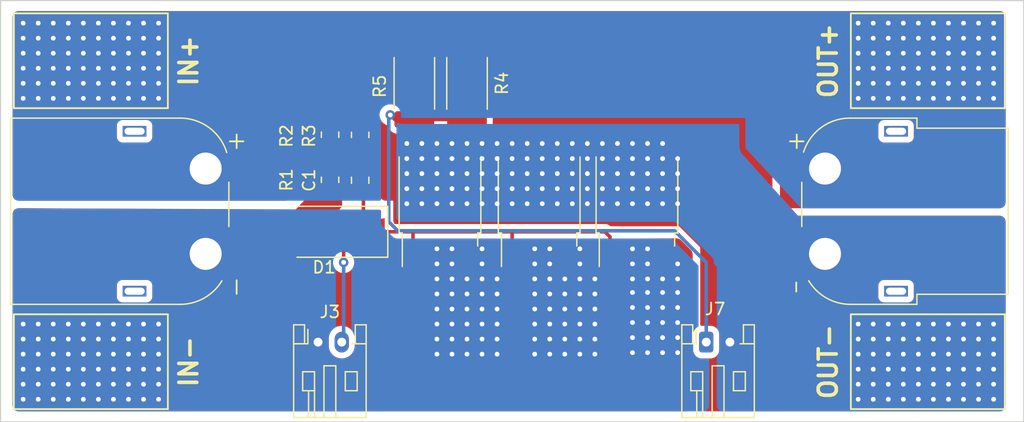
<source format=kicad_pcb>
(kicad_pcb (version 20221018) (generator pcbnew)
  (layers (0 "F.Cu" signal) (31 "B.Cu" signal) (34 "B.Paste" user) (35 "F.Paste" user) (36 "B.SilkS" user "B.Silkscreen") (37 "F.SilkS" user "F.Silkscreen") (38 "B.Mask" user) (39 "F.Mask" user) (44 "Edge.Cuts" user))
  (net 0 "")
  (net 1 "Net-(C1-Pad1)")
  (net 2 "Net-(D1-K)")
  (net 3 "GND")
  (net 4 "Net-(J1-Pin_1)")
  (net 5 "VCC")
  (net 6 "Net-(J7-Pin_1)")
  (footprint "Resistor_SMD:R_2512_6332Metric_Pad1.40x3.35mm_HandSolder" (layer "F.Cu") (at 147.32 93.98 -90)
    (fp_text reference "R4")
    (fp_text value "16.5K")
  )
  (footprint "Resistor_SMD:R_0805_2012Metric_Pad1.20x1.40mm_HandSolder" (layer "F.Cu") (at 138.303 98.33 90)
    (fp_text reference "R3")
    (fp_text value "1K")
  )
  (footprint "Connector_AMASS:AMASS_XT60PW-M_1x02_P7.20mm_Horizontal" (layer "F.Cu") (at 125.26 108.375 90)
    (fp_text reference "J8" hide)
    (fp_text value "XT60PW-M")
  )
  (footprint "Package_TO_SOT_SMD:TO-252-2" (layer "F.Cu") (at 145.04 103.3 90)
    (fp_text reference "Q1" hide)
    (fp_text value "DMT10H010LK3")
  )
  (footprint "Package_TO_SOT_SMD:TO-252-2" (layer "F.Cu") (at 161.665 103.3 90)
    (fp_text reference "Q3" hide)
    (fp_text value "DMT10H010LK3")
  )
  (footprint "Resistor_SMD:R_2512_6332Metric_Pad1.40x3.35mm_HandSolder" (layer "F.Cu") (at 142.875 93.98 -90)
    (fp_text reference "R5")
    (fp_text value "16.5K")
  )
  (footprint "Pad:1PAD_12x7mm" (layer "F.Cu") (at 115.57 117.475)
    (fp_text reference "IN-")
    (fp_text value "Conn_01x01" hide)
  )
  (footprint "Connector_JST:JST_PH_S2B-PH-K_1x02_P2.00mm_Horizontal" (layer "F.Cu") (at 134.747 115.824)
    (fp_text reference "J3")
    (fp_text value "Conn_01x02" hide)
  )
  (footprint "Capacitor_SMD:C_0805_2012Metric_Pad1.18x1.45mm_HandSolder" (layer "F.Cu") (at 138.303 102.1615 -90)
    (fp_text reference "C1")
    (fp_text value "1uF")
  )
  (footprint "Pad:1PAD_12x7mm" (layer "F.Cu") (at 186.22 117.475)
    (fp_text reference "OUT-")
    (fp_text value "Conn_01x01" hide)
  )
  (footprint "Pad:1PAD_12x7mm" (layer "F.Cu") (at 115.57 92.075)
    (fp_text reference "IN+")
    (fp_text value "Conn_01x01" hide)
  )
  (footprint "Resistor_SMD:R_0805_2012Metric_Pad1.20x1.40mm_HandSolder" (layer "F.Cu") (at 135.763 98.314 -90)
    (fp_text reference "R2")
    (fp_text value "1M")
  )
  (footprint "Diode_SMD:D_SMA-SMB_Universal_Handsoldering" (layer "F.Cu") (at 135.674 106.509 180)
    (fp_text reference "D1")
    (fp_text value "D_Zener")
  )
  (footprint "Pad:1PAD_12x7mm" (layer "F.Cu") (at 186.22 92.075)
    (fp_text reference "OUT+")
    (fp_text value "Conn_01x01" hide)
  )
  (footprint "Package_TO_SOT_SMD:TO-252-2" (layer "F.Cu") (at 153.41 103.3 90)
    (fp_text reference "Q2" hide)
    (fp_text value "DMT10H010LK3")
  )
  (footprint "Resistor_SMD:R_0805_2012Metric_Pad1.20x1.40mm_HandSolder" (layer "F.Cu") (at 135.763 102.124 -90)
    (fp_text reference "R1")
    (fp_text value "1M")
  )
  (footprint "Connector_AMASS:AMASS_XT60PW-F_1x02_P7.20mm_Horizontal" (layer "F.Cu") (at 177.538 108.375 -90)
    (fp_text reference "J5" hide)
    (fp_text value "XT60PW-F")
  )
  (footprint "Connector_JST:JST_PH_S2B-PH-K_1x02_P2.00mm_Horizontal" (layer "F.Cu") (at 167.513 115.824)
    (fp_text reference "J7")
    (fp_text value "Conn_01x02" hide)
  )
  (gr_rect (start 107.95 86.995) (end 194.31 122.555) (stroke (width 0.1)) (fill none) (layer "Edge.Cuts"))
  (segment (start 138.303 101.124) (end 138.303 99.33) (width 0.3) (layer "F.Cu") (net 1))
  (segment (start 135.922 101.124) (end 137.997 103.199) (width 0.3) (layer "F.Cu") (net 2))
  (segment (start 159.385 106.934) (end 159.385 108.34) (width 0.3) (layer "F.Cu") (net 2))
  (segment (start 151.13 108.34) (end 151.13 106.509) (width 0.3) (layer "F.Cu") (net 2))
  (segment (start 137.997 103.199) (end 138.303 103.199) (width 0.3) (layer "F.Cu") (net 2))
  (segment (start 158.96 106.509) (end 159.385 106.934) (width 0.3) (layer "F.Cu") (net 2))
  (segment (start 142.76 106.521) (end 142.748 106.509) (width 0.3) (layer "F.Cu") (net 2))
  (segment (start 138.574 106.509) (end 142.748 106.509) (width 0.3) (layer "F.Cu") (net 2))
  (segment (start 142.76 108.34) (end 142.76 106.521) (width 0.3) (layer "F.Cu") (net 2))
  (segment (start 135.763 101.124) (end 135.763 99.314) (width 0.3) (layer "F.Cu") (net 2))
  (segment (start 136.906 108.177) (end 138.574 106.509) (width 0.3) (layer "F.Cu") (net 2))
  (segment (start 138.574 103.47) (end 138.303 103.199) (width 0.3) (layer "F.Cu") (net 2))
  (segment (start 142.748 106.509) (end 151.13 106.509) (width 0.3) (layer "F.Cu") (net 2))
  (segment (start 136.906 109.093) (end 136.906 108.177) (width 0.3) (layer "F.Cu") (net 2))
  (segment (start 151.13 106.509) (end 158.96 106.509) (width 0.3) (layer "F.Cu") (net 2))
  (segment (start 138.574 106.509) (end 138.574 103.47) (width 0.3) (layer "F.Cu") (net 2))
  (via (at 136.906 109.093) (size 0.8) (drill 0.4) (layers "F.Cu" "B.Cu") (net 2))
  (segment (start 136.906 115.824) (end 136.747 115.824) (width 0.3) (layer "B.Cu") (net 2))
  (segment (start 136.906 109.093) (end 136.906 115.824) (width 0.3) (layer "B.Cu") (net 2))
  (via (at 111.125 118.11) (size 0.8) (drill 0.4) (layers "F.Cu" "B.Cu") (net 3))
  (via (at 147.32 113.03) (size 0.8) (drill 0.4) (layers "F.Cu" "B.Cu") (net 3))
  (via (at 146.05 109.22) (size 0.8) (drill 0.4) (layers "F.Cu" "B.Cu") (net 3))
  (via (at 144.78 110.49) (size 0.8) (drill 0.4) (layers "F.Cu" "B.Cu") (net 3))
  (via (at 118.745 119.38) (size 0.8) (drill 0.4) (layers "F.Cu" "B.Cu") (net 3))
  (via (at 153.035 109.22) (size 0.8) (drill 0.4) (layers "F.Cu" "B.Cu") (net 3))
  (via (at 112.395 116.84) (size 0.8) (drill 0.4) (layers "F.Cu" "B.Cu") (net 3))
  (via (at 156.845 111.76) (size 0.8) (drill 0.4) (layers "F.Cu" "B.Cu") (net 3))
  (via (at 163.83 115.443) (size 0.8) (drill 0.4) (layers "F.Cu" "B.Cu") (net 3))
  (via (at 113.665 116.84) (size 0.8) (drill 0.4) (layers "F.Cu" "B.Cu") (net 3))
  (via (at 117.475 114.3) (size 0.8) (drill 0.4) (layers "F.Cu" "B.Cu") (net 3))
  (via (at 153.035 116.84) (size 0.8) (drill 0.4) (layers "F.Cu" "B.Cu") (net 3))
  (via (at 156.845 109.22) (size 0.8) (drill 0.4) (layers "F.Cu" "B.Cu") (net 3))
  (via (at 114.935 120.65) (size 0.8) (drill 0.4) (layers "F.Cu" "B.Cu") (net 3))
  (via (at 161.29 109.22) (size 0.8) (drill 0.4) (layers "F.Cu" "B.Cu") (net 3))
  (via (at 146.05 107.95) (size 0.8) (drill 0.4) (layers "F.Cu" "B.Cu") (net 3))
  (via (at 121.285 116.84) (size 0.8) (drill 0.4) (layers "F.Cu" "B.Cu") (net 3))
  (via (at 147.32 111.76) (size 0.8) (drill 0.4) (layers "F.Cu" "B.Cu") (net 3))
  (via (at 112.395 120.65) (size 0.8) (drill 0.4) (layers "F.Cu" "B.Cu") (net 3))
  (via (at 161.29 110.49) (size 0.8) (drill 0.4) (layers "F.Cu" "B.Cu") (net 3))
  (via (at 154.305 110.49) (size 0.8) (drill 0.4) (layers "F.Cu" "B.Cu") (net 3))
  (via (at 163.83 112.903) (size 0.8) (drill 0.4) (layers "F.Cu" "B.Cu") (net 3))
  (via (at 155.575 115.57) (size 0.8) (drill 0.4) (layers "F.Cu" "B.Cu") (net 3))
  (via (at 120.015 120.65) (size 0.8) (drill 0.4) (layers "F.Cu" "B.Cu") (net 3))
  (via (at 146.05 111.76) (size 0.8) (drill 0.4) (layers "F.Cu" "B.Cu") (net 3))
  (via (at 148.59 111.76) (size 0.8) (drill 0.4) (layers "F.Cu" "B.Cu") (net 3))
  (via (at 156.845 114.3) (size 0.8) (drill 0.4) (layers "F.Cu" "B.Cu") (net 3))
  (via (at 149.86 115.57) (size 0.8) (drill 0.4) (layers "F.Cu" "B.Cu") (net 3))
  (via (at 165.1 111.633) (size 0.8) (drill 0.4) (layers "F.Cu" "B.Cu") (net 3))
  (via (at 156.845 115.57) (size 0.8) (drill 0.4) (layers "F.Cu" "B.Cu") (net 3))
  (via (at 146.05 114.3) (size 0.8) (drill 0.4) (layers "F.Cu" "B.Cu") (net 3))
  (via (at 158.115 111.76) (size 0.8) (drill 0.4) (layers "F.Cu" "B.Cu") (net 3))
  (via (at 155.575 111.76) (size 0.8) (drill 0.4) (layers "F.Cu" "B.Cu") (net 3))
  (via (at 116.205 118.11) (size 0.8) (drill 0.4) (layers "F.Cu" "B.Cu") (net 3))
  (via (at 161.29 115.443) (size 0.8) (drill 0.4) (layers "F.Cu" "B.Cu") (net 3))
  (via (at 111.125 120.65) (size 0.8) (drill 0.4) (layers "F.Cu" "B.Cu") (net 3))
  (via (at 149.86 111.76) (size 0.8) (drill 0.4) (layers "F.Cu" "B.Cu") (net 3))
  (via (at 162.56 112.903) (size 0.8) (drill 0.4) (layers "F.Cu" "B.Cu") (net 3))
  (via (at 109.855 115.57) (size 0.8) (drill 0.4) (layers "F.Cu" "B.Cu") (net 3))
  (via (at 147.32 110.49) (size 0.8) (drill 0.4) (layers "F.Cu" "B.Cu") (net 3))
  (via (at 116.205 120.65) (size 0.8) (drill 0.4) (layers "F.Cu" "B.Cu") (net 3))
  (via (at 118.745 115.57) (size 0.8) (drill 0.4) (layers "F.Cu" "B.Cu") (net 3))
  (via (at 148.59 115.57) (size 0.8) (drill 0.4) (layers "F.Cu" "B.Cu") (net 3))
  (via (at 114.935 119.38) (size 0.8) (drill 0.4) (layers "F.Cu" "B.Cu") (net 3))
  (via (at 111.125 119.38) (size 0.8) (drill 0.4) (layers "F.Cu" "B.Cu") (net 3))
  (via (at 153.035 115.57) (size 0.8) (drill 0.4) (layers "F.Cu" "B.Cu") (net 3))
  (via (at 158.115 110.49) (size 0.8) (drill 0.4) (layers "F.Cu" "B.Cu") (net 3))
  (via (at 121.285 120.65) (size 0.8) (drill 0.4) (layers "F.Cu" "B.Cu") (net 3))
  (via (at 120.015 115.57) (size 0.8) (drill 0.4) (layers "F.Cu" "B.Cu") (net 3))
  (via (at 118.745 116.84) (size 0.8) (drill 0.4) (layers "F.Cu" "B.Cu") (net 3))
  (via (at 112.395 115.57) (size 0.8) (drill 0.4) (layers "F.Cu" "B.Cu") (net 3))
  (via (at 111.125 115.57) (size 0.8) (drill 0.4) (layers "F.Cu" "B.Cu") (net 3))
  (via (at 161.29 114.173) (size 0.8) (drill 0.4) (layers "F.Cu" "B.Cu") (net 3))
  (via (at 114.935 118.11) (size 0.8) (drill 0.4) (layers "F.Cu" "B.Cu") (net 3))
  (via (at 153.035 111.76) (size 0.8) (drill 0.4) (layers "F.Cu" "B.Cu") (net 3))
  (via (at 162.56 109.22) (size 0.8) (drill 0.4) (layers "F.Cu" "B.Cu") (net 3))
  (via (at 158.115 116.84) (size 0.8) (drill 0.4) (layers "F.Cu" "B.Cu") (net 3))
  (via (at 148.59 110.49) (size 0.8) (drill 0.4) (layers "F.Cu" "B.Cu") (net 3))
  (via (at 144.78 107.95) (size 0.8) (drill 0.4) (layers "F.Cu" "B.Cu") (net 3))
  (via (at 113.665 120.65) (size 0.8) (drill 0.4) (layers "F.Cu" "B.Cu") (net 3))
  (via (at 148.59 114.3) (size 0.8) (drill 0.4) (layers "F.Cu" "B.Cu") (net 3))
  (via (at 116.205 119.38) (size 0.8) (drill 0.4) (layers "F.Cu" "B.Cu") (net 3))
  (via (at 156.845 113.03) (size 0.8) (drill 0.4) (layers "F.Cu" "B.Cu") (net 3))
  (via (at 118.745 120.65) (size 0.8) (drill 0.4) (layers "F.Cu" "B.Cu") (net 3))
  (via (at 146.05 116.84) (size 0.8) (drill 0.4) (layers "F.Cu" "B.Cu") (net 3))
  (via (at 144.78 116.84) (size 0.8) (drill 0.4) (layers "F.Cu" "B.Cu") (net 3))
  (via (at 120.015 118.11) (size 0.8) (drill 0.4) (layers "F.Cu" "B.Cu") (net 3))
  (via (at 114.935 114.3) (size 0.8) (drill 0.4) (layers "F.Cu" "B.Cu") (net 3))
  (via (at 144.78 109.22) (size 0.8) (drill 0.4) (layers "F.Cu" "B.Cu") (net 3))
  (via (at 155.575 116.84) (size 0.8) (drill 0.4) (layers "F.Cu" "B.Cu") (net 3))
  (via (at 148.59 109.22) (size 0.8) (drill 0.4) (layers "F.Cu" "B.Cu") (net 3))
  (via (at 165.1 109.22) (size 0.8) (drill 0.4) (layers "F.Cu" "B.Cu") (net 3))
  (via (at 154.305 111.76) (size 0.8) (drill 0.4) (layers "F.Cu" "B.Cu") (net 3))
  (via (at 112.395 114.3) (size 0.8) (drill 0.4) (layers "F.Cu" "B.Cu") (net 3))
  (via (at 161.29 111.633) (size 0.8) (drill 0.4) (layers "F.Cu" "B.Cu") (net 3))
  (via (at 156.845 116.84) (size 0.8) (drill 0.4) (layers "F.Cu" "B.Cu") (net 3))
  (via (at 149.86 110.49) (size 0.8) (drill 0.4) (layers "F.Cu" "B.Cu") (net 3))
  (via (at 121.285 115.57) (size 0.8) (drill 0.4) (layers "F.Cu" "B.Cu") (net 3))
  (via (at 113.665 115.57) (size 0.8) (drill 0.4) (layers "F.Cu" "B.Cu") (net 3))
  (via (at 162.56 111.633) (size 0.8) (drill 0.4) (layers "F.Cu" "B.Cu") (net 3))
  (via (at 109.855 114.3) (size 0.8) (drill 0.4) (layers "F.Cu" "B.Cu") (net 3))
  (via (at 113.665 119.38) (size 0.8) (drill 0.4) (layers "F.Cu" "B.Cu") (net 3))
  (via (at 149.86 114.3) (size 0.8) (drill 0.4) (layers "F.Cu" "B.Cu") (net 3))
  (via (at 147.32 115.57) (size 0.8) (drill 0.4) (layers "F.Cu" "B.Cu") (net 3))
  (via (at 155.575 110.49) (size 0.8) (drill 0.4) (layers "F.Cu" "B.Cu") (net 3))
  (via (at 156.845 107.95) (size 0.8) (drill 0.4) (layers "F.Cu" "B.Cu") (net 3))
  (via (at 163.83 116.713) (size 0.8) (drill 0.4) (layers "F.Cu" "B.Cu") (net 3))
  (via (at 161.29 107.95) (size 0.8) (drill 0.4) (layers "F.Cu" "B.Cu") (net 3))
  (via (at 116.205 115.57) (size 0.8) (drill 0.4) (layers "F.Cu" "B.Cu") (net 3))
  (via (at 120.015 119.38) (size 0.8) (drill 0.4) (layers "F.Cu" "B.Cu") (net 3))
  (via (at 158.115 115.57) (size 0.8) (drill 0.4) (layers "F.Cu" "B.Cu") (net 3))
  (via (at 109.855 119.38) (size 0.8) (drill 0.4) (layers "F.Cu" "B.Cu") (net 3))
  (via (at 149.86 116.84) (size 0.8) (drill 0.4) (layers "F.Cu" "B.Cu") (net 3))
  (via (at 154.305 107.95) (size 0.8) (drill 0.4) (layers "F.Cu" "B.Cu") (net 3))
  (via (at 146.05 115.57) (size 0.8) (drill 0.4) (layers "F.Cu" "B.Cu") (net 3))
  (via (at 163.83 114.173) (size 0.8) (drill 0.4) (layers "F.Cu" "B.Cu") (net 3))
  (via (at 165.1 110.49) (size 0.8) (drill 0.4) (layers "F.Cu" "B.Cu") (net 3))
  (via (at 112.395 119.38) (size 0.8) (drill 0.4) (layers "F.Cu" "B.Cu") (net 3))
  (via (at 155.575 113.03) (size 0.8) (drill 0.4) (layers "F.Cu" "B.Cu") (net 3))
  (via (at 121.285 118.11) (size 0.8) (drill 0.4) (layers "F.Cu" "B.Cu") (net 3))
  (via (at 121.285 119.38) (size 0.8) (drill 0.4) (layers "F.Cu" "B.Cu") (net 3))
  (via (at 111.125 114.3) (size 0.8) (drill 0.4) (layers "F.Cu" "B.Cu") (net 3))
  (via (at 163.83 111.633) (size 0.8) (drill 0.4) (layers "F.Cu" "B.Cu") (net 3))
  (via (at 161.29 116.713) (size 0.8) (drill 0.4) (layers "F.Cu" "B.Cu") (net 3))
  (via (at 162.56 115.443) (size 0.8) (drill 0.4) (layers "F.Cu" "B.Cu") (net 3))
  (via (at 155.575 114.3) (size 0.8) (drill 0.4) (layers "F.Cu" "B.Cu") (net 3))
  (via (at 156.845 110.49) (size 0.8) (drill 0.4) (layers "F.Cu" "B.Cu") (net 3))
  (via (at 109.855 120.65) (size 0.8) (drill 0.4) (layers "F.Cu" "B.Cu") (net 3))
  (via (at 144.78 115.57) (size 0.8) (drill 0.4) (layers "F.Cu" "B.Cu") (net 3))
  (via (at 153.035 113.03) (size 0.8) (drill 0.4) (layers "F.Cu" "B.Cu") (net 3))
  (via (at 117.475 115.57) (size 0.8) (drill 0.4) (layers "F.Cu" "B.Cu") (net 3))
  (via (at 165.1 115.443) (size 0.8) (drill 0.4) (layers "F.Cu" "B.Cu") (net 3))
  (via (at 117.475 119.38) (size 0.8) (drill 0.4) (layers "F.Cu" "B.Cu") (net 3))
  (via (at 158.115 113.03) (size 0.8) (drill 0.4) (layers "F.Cu" "B.Cu") (net 3))
  (via (at 144.78 111.76) (size 0.8) (drill 0.4) (layers "F.Cu" "B.Cu") (net 3))
  (via (at 109.855 116.84) (size 0.8) (drill 0.4) (layers "F.Cu" "B.Cu") (net 3))
  (via (at 113.665 118.11) (size 0.8) (drill 0.4) (layers "F.Cu" "B.Cu") (net 3))
  (via (at 113.665 114.3) (size 0.8) (drill 0.4) (layers "F.Cu" "B.Cu") (net 3))
  (via (at 162.56 107.95) (size 0.8) (drill 0.4) (layers "F.Cu" "B.Cu") (net 3))
  (via (at 148.59 113.03) (size 0.8) (drill 0.4) (layers "F.Cu" "B.Cu") (net 3))
  (via (at 112.395 118.11) (size 0.8) (drill 0.4) (layers "F.Cu" "B.Cu") (net 3))
  (via (at 154.305 113.03) (size 0.8) (drill 0.4) (layers "F.Cu" "B.Cu") (net 3))
  (via (at 162.56 116.713) (size 0.8) (drill 0.4) (layers "F.Cu" "B.Cu") (net 3))
  (via (at 120.015 116.84) (size 0.8) (drill 0.4) (layers "F.Cu" "B.Cu") (net 3))
  (via (at 117.475 118.11) (size 0.8) (drill 0.4) (layers "F.Cu" "B.Cu") (net 3))
  (via (at 117.475 116.84) (size 0.8) (drill 0.4) (layers "F.Cu" "B.Cu") (net 3))
  (via (at 162.56 114.173) (size 0.8) (drill 0.4) (layers "F.Cu" "B.Cu") (net 3))
  (via (at 153.035 107.95) (size 0.8) (drill 0.4) (layers "F.Cu" "B.Cu") (net 3))
  (via (at 147.32 114.3) (size 0.8) (drill 0.4) (layers "F.Cu" "B.Cu") (net 3))
  (via (at 154.305 114.3) (size 0.8) (drill 0.4) (layers "F.Cu" "B.Cu") (net 3))
  (via (at 116.205 116.84) (size 0.8) (drill 0.4) (layers "F.Cu" "B.Cu") (net 3))
  (via (at 114.935 115.57) (size 0.8) (drill 0.4) (layers "F.Cu" "B.Cu") (net 3))
  (via (at 121.285 114.3) (size 0.8) (drill 0.4) (layers "F.Cu" "B.Cu") (net 3))
  (via (at 162.56 110.49) (size 0.8) (drill 0.4) (layers "F.Cu" "B.Cu") (net 3))
  (via (at 114.935 116.84) (size 0.8) (drill 0.4) (layers "F.Cu" "B.Cu") (net 3))
  (via (at 146.05 110.49) (size 0.8) (drill 0.4) (layers "F.Cu" "B.Cu") (net 3))
  (via (at 149.86 113.03) (size 0.8) (drill 0.4) (layers "F.Cu" "B.Cu") (net 3))
  (via (at 165.1 116.713) (size 0.8) (drill 0.4) (layers "F.Cu" "B.Cu") (net 3))
  (via (at 154.305 116.84) (size 0.8) (drill 0.4) (layers "F.Cu" "B.Cu") (net 3))
  (via (at 111.125 116.84) (size 0.8) (drill 0.4) (layers "F.Cu" "B.Cu") (net 3))
  (via (at 120.015 114.3) (size 0.8) (drill 0.4) (layers "F.Cu" "B.Cu") (net 3))
  (via (at 153.035 114.3) (size 0.8) (drill 0.4) (layers "F.Cu" "B.Cu") (net 3))
  (via (at 148.59 116.84) (size 0.8) (drill 0.4) (layers "F.Cu" "B.Cu") (net 3))
  (via (at 118.745 114.3) (size 0.8) (drill 0.4) (layers "F.Cu" "B.Cu") (net 3))
  (via (at 117.475 120.65) (size 0.8) (drill 0.4) (layers "F.Cu" "B.Cu") (net 3))
  (via (at 154.305 109.22) (size 0.8) (drill 0.4) (layers "F.Cu" "B.Cu") (net 3))
  (via (at 161.29 112.903) (size 0.8) (drill 0.4) (layers "F.Cu" "B.Cu") (net 3))
  (via (at 109.855 118.11) (size 0.8) (drill 0.4) (layers "F.Cu" "B.Cu") (net 3))
  (via (at 116.205 114.3) (size 0.8) (drill 0.4) (layers "F.Cu" "B.Cu") (net 3))
  (via (at 144.78 114.3) (size 0.8) (drill 0.4) (layers "F.Cu" "B.Cu") (net 3))
  (via (at 146.05 113.03) (size 0.8) (drill 0.4) (layers "F.Cu" "B.Cu") (net 3))
  (via (at 118.745 118.11) (size 0.8) (drill 0.4) (layers "F.Cu" "B.Cu") (net 3))
  (via (at 144.78 113.03) (size 0.8) (drill 0.4) (layers "F.Cu" "B.Cu") (net 3))
  (via (at 147.32 116.84) (size 0.8) (drill 0.4) (layers "F.Cu" "B.Cu") (net 3))
  (via (at 158.115 114.3) (size 0.8) (drill 0.4) (layers "F.Cu" "B.Cu") (net 3))
  (via (at 154.305 115.57) (size 0.8) (drill 0.4) (layers "F.Cu" "B.Cu") (net 3))
  (via (at 153.035 110.49) (size 0.8) (drill 0.4) (layers "F.Cu" "B.Cu") (net 3))
  (via (at 163.83 110.49) (size 0.8) (drill 0.4) (layers "F.Cu" "B.Cu") (net 3))
  (via (at 165.1 114.173) (size 0.8) (drill 0.4) (layers "F.Cu" "B.Cu") (net 3))
  (via (at 148.59 107.95) (size 0.8) (drill 0.4) (layers "F.Cu" "B.Cu") (net 3))
  (via (at 165.1 112.903) (size 0.8) (drill 0.4) (layers "F.Cu" "B.Cu") (net 3))
  (via (at 158.75 99.06) (size 0.8) (drill 0.4) (layers "F.Cu" "B.Cu") (net 4))
  (via (at 163.83 102.87) (size 0.8) (drill 0.4) (layers "F.Cu" "B.Cu") (net 4))
  (via (at 154.94 104.14) (size 0.8) (drill 0.4) (layers "F.Cu" "B.Cu") (net 4))
  (via (at 165.1 100.33) (size 0.8) (drill 0.4) (layers "F.Cu" "B.Cu") (net 4))
  (via (at 163.83 99.06) (size 0.8) (drill 0.4) (layers "F.Cu" "B.Cu") (net 4))
  (via (at 156.21 99.06) (size 0.8) (drill 0.4) (layers "F.Cu" "B.Cu") (net 4))
  (via (at 181.61 116.84) (size 0.8) (drill 0.4) (layers "F.Cu" "B.Cu") (net 4))
  (via (at 146.05 102.87) (size 0.8) (drill 0.4) (layers "F.Cu" "B.Cu") (net 4))
  (via (at 187.96 114.3) (size 0.8) (drill 0.4) (layers "F.Cu" "B.Cu") (net 4))
  (via (at 143.51 104.14) (size 0.8) (drill 0.4) (layers "F.Cu" "B.Cu") (net 4))
  (via (at 154.94 100.33) (size 0.8) (drill 0.4) (layers "F.Cu" "B.Cu") (net 4))
  (via (at 190.5 116.84) (size 0.8) (drill 0.4) (layers "F.Cu" "B.Cu") (net 4))
  (via (at 191.77 116.84) (size 0.8) (drill 0.4) (layers "F.Cu" "B.Cu") (net 4))
  (via (at 191.77 115.57) (size 0.8) (drill 0.4) (layers "F.Cu" "B.Cu") (net 4))
  (via (at 149.86 104.14) (size 0.8) (drill 0.4) (layers "F.Cu" "B.Cu") (net 4))
  (via (at 162.56 102.87) (size 0.8) (drill 0.4) (layers "F.Cu" "B.Cu") (net 4))
  (via (at 185.42 116.84) (size 0.8) (drill 0.4) (layers "F.Cu" "B.Cu") (net 4))
  (via (at 186.69 118.11) (size 0.8) (drill 0.4) (layers "F.Cu" "B.Cu") (net 4))
  (via (at 158.75 100.33) (size 0.8) (drill 0.4) (layers "F.Cu" "B.Cu") (net 4))
  (via (at 181.61 119.38) (size 0.8) (drill 0.4) (layers "F.Cu" "B.Cu") (net 4))
  (via (at 151.13 102.87) (size 0.8) (drill 0.4) (layers "F.Cu" "B.Cu") (net 4))
  (via (at 191.77 118.11) (size 0.8) (drill 0.4) (layers "F.Cu" "B.Cu") (net 4))
  (via (at 142.24 100.33) (size 0.8) (drill 0.4) (layers "F.Cu" "B.Cu") (net 4))
  (via (at 185.42 115.57) (size 0.8) (drill 0.4) (layers "F.Cu" "B.Cu") (net 4))
  (via (at 181.61 120.65) (size 0.8) (drill 0.4) (layers "F.Cu" "B.Cu") (net 4))
  (via (at 148.59 104.14) (size 0.8) (drill 0.4) (layers "F.Cu" "B.Cu") (net 4))
  (via (at 144.78 102.87) (size 0.8) (drill 0.4) (layers "F.Cu" "B.Cu") (net 4))
  (via (at 186.69 114.3) (size 0.8) (drill 0.4) (layers "F.Cu" "B.Cu") (net 4))
  (via (at 160.02 104.14) (size 0.8) (drill 0.4) (layers "F.Cu" "B.Cu") (net 4))
  (via (at 162.56 101.6) (size 0.8) (drill 0.4) (layers "F.Cu" "B.Cu") (net 4))
  (via (at 182.88 120.65) (size 0.8) (drill 0.4) (layers "F.Cu" "B.Cu") (net 4))
  (via (at 143.51 102.87) (size 0.8) (drill 0.4) (layers "F.Cu" "B.Cu") (net 4))
  (via (at 165.1 102.87) (size 0.8) (drill 0.4) (layers "F.Cu" "B.Cu") (net 4))
  (via (at 151.13 101.6) (size 0.8) (drill 0.4) (layers "F.Cu" "B.Cu") (net 4))
  (via (at 157.48 100.33) (size 0.8) (drill 0.4) (layers "F.Cu" "B.Cu") (net 4))
  (via (at 149.86 101.6) (size 0.8) (drill 0.4) (layers "F.Cu" "B.Cu") (net 4))
  (via (at 153.67 102.87) (size 0.8) (drill 0.4) (layers "F.Cu" "B.Cu") (net 4))
  (via (at 185.42 119.38) (size 0.8) (drill 0.4) (layers "F.Cu" "B.Cu") (net 4))
  (via (at 187.96 120.65) (size 0.8) (drill 0.4) (layers "F.Cu" "B.Cu") (net 4))
  (via (at 186.69 119.38) (size 0.8) (drill 0.4) (layers "F.Cu" "B.Cu") (net 4))
  (via (at 190.5 120.65) (size 0.8) (drill 0.4) (layers "F.Cu" "B.Cu") (net 4))
  (via (at 165.1 104.14) (size 0.8) (drill 0.4) (layers "F.Cu" "B.Cu") (net 4))
  (via (at 149.86 102.87) (size 0.8) (drill 0.4) (layers "F.Cu" "B.Cu") (net 4))
  (via (at 149.86 100.33) (size 0.8) (drill 0.4) (layers "F.Cu" "B.Cu") (net 4))
  (via (at 186.69 115.57) (size 0.8) (drill 0.4) (layers "F.Cu" "B.Cu") (net 4))
  (via (at 149.86 99.06) (size 0.8) (drill 0.4) (layers "F.Cu" "B.Cu") (net 4))
  (via (at 146.05 104.14) (size 0.8) (drill 0.4) (layers "F.Cu" "B.Cu") (net 4))
  (via (at 162.56 99.06) (size 0.8) (drill 0.4) (layers "F.Cu" "B.Cu") (net 4))
  (via (at 158.75 101.6) (size 0.8) (drill 0.4) (layers "F.Cu" "B.Cu") (net 4))
  (via (at 153.67 101.6) (size 0.8) (drill 0.4) (layers "F.Cu" "B.Cu") (net 4))
  (via (at 146.05 101.6) (size 0.8) (drill 0.4) (layers "F.Cu" "B.Cu") (net 4))
  (via (at 181.61 118.11) (size 0.8) (drill 0.4) (layers "F.Cu" "B.Cu") (net 4))
  (via (at 146.05 99.06) (size 0.8) (drill 0.4) (layers "F.Cu" "B.Cu") (net 4))
  (via (at 160.02 100.33) (size 0.8) (drill 0.4) (layers "F.Cu" "B.Cu") (net 4))
  (via (at 189.23 119.38) (size 0.8) (drill 0.4) (layers "F.Cu" "B.Cu") (net 4))
  (via (at 184.15 120.65) (size 0.8) (drill 0.4) (layers "F.Cu" "B.Cu") (net 4))
  (via (at 142.24 101.6) (size 0.8) (drill 0.4) (layers "F.Cu" "B.Cu") (net 4))
  (via (at 182.88 114.3) (size 0.8) (drill 0.4) (layers "F.Cu" "B.Cu") (net 4))
  (via (at 154.94 102.87) (size 0.8) (drill 0.4) (layers "F.Cu" "B.Cu") (net 4))
  (via (at 158.75 104.14) (size 0.8) (drill 0.4) (layers "F.Cu" "B.Cu") (net 4))
  (via (at 181.61 114.3) (size 0.8) (drill 0.4) (layers "F.Cu" "B.Cu") (net 4))
  (via (at 162.56 100.33) (size 0.8) (drill 0.4) (layers "F.Cu" "B.Cu") (net 4))
  (via (at 160.02 99.06) (size 0.8) (drill 0.4) (layers "F.Cu" "B.Cu") (net 4))
  (via (at 144.78 99.06) (size 0.8) (drill 0.4) (layers "F.Cu" "B.Cu") (net 4))
  (via (at 180.34 116.84) (size 0.8) (drill 0.4) (layers "F.Cu" "B.Cu") (net 4))
  (via (at 143.51 100.33) (size 0.8) (drill 0.4) (layers "F.Cu" "B.Cu") (net 4))
  (via (at 151.13 104.14) (size 0.8) (drill 0.4) (layers "F.Cu" "B.Cu") (net 4))
  (via (at 154.94 99.06) (size 0.8) (drill 0.4) (layers "F.Cu" "B.Cu") (net 4))
  (via (at 163.83 100.33) (size 0.8) (drill 0.4) (layers "F.Cu" "B.Cu") (net 4))
  (via (at 184.15 116.84) (size 0.8) (drill 0.4) (layers "F.Cu" "B.Cu") (net 4))
  (via (at 147.32 100.33) (size 0.8) (drill 0.4) (layers "F.Cu" "B.Cu") (net 4))
  (via (at 147.32 99.06) (size 0.8) (drill 0.4) (layers "F.Cu" "B.Cu") (net 4))
  (via (at 190.5 114.3) (size 0.8) (drill 0.4) (layers "F.Cu" "B.Cu") (net 4))
  (via (at 148.59 102.87) (size 0.8) (drill 0.4) (layers "F.Cu" "B.Cu") (net 4))
  (via (at 190.5 119.38) (size 0.8) (drill 0.4) (layers "F.Cu" "B.Cu") (net 4))
  (via (at 184.15 119.38) (size 0.8) (drill 0.4) (layers "F.Cu" "B.Cu") (net 4))
  (via (at 182.88 116.84) (size 0.8) (drill 0.4) (layers "F.Cu" "B.Cu") (net 4))
  (via (at 157.48 102.87) (size 0.8) (drill 0.4) (layers "F.Cu" "B.Cu") (net 4))
  (via (at 162.56 104.14) (size 0.8) (drill 0.4) (layers "F.Cu" "B.Cu") (net 4))
  (via (at 144.78 101.6) (size 0.8) (drill 0.4) (layers "F.Cu" "B.Cu") (net 4))
  (via (at 184.15 115.57) (size 0.8) (drill 0.4) (layers "F.Cu" "B.Cu") (net 4))
  (via (at 186.69 116.84) (size 0.8) (drill 0.4) (layers "F.Cu" "B.Cu") (net 4))
  (via (at 148.59 100.33) (size 0.8) (drill 0.4) (layers "F.Cu" "B.Cu") (net 4))
  (via (at 154.94 101.6) (size 0.8) (drill 0.4) (layers "F.Cu" "B.Cu") (net 4))
  (via (at 163.83 101.6) (size 0.8) (drill 0.4) (layers "F.Cu" "B.Cu") (net 4))
  (via (at 180.34 119.38) (size 0.8) (drill 0.4) (layers "F.Cu" "B.Cu") (net 4))
  (via (at 153.67 100.33) (size 0.8) (drill 0.4) (layers "F.Cu" "B.Cu") (net 4))
  (via (at 180.34 120.65) (size 0.8) (drill 0.4) (layers "F.Cu" "B.Cu") (net 4))
  (via (at 161.29 99.06) (size 0.8) (drill 0.4) (layers "F.Cu" "B.Cu") (net 4))
  (via (at 152.4 101.6) (size 0.8) (drill 0.4) (layers "F.Cu" "B.Cu") (net 4))
  (via (at 181.61 115.57) (size 0.8) (drill 0.4) (layers "F.Cu" "B.Cu") (net 4))
  (via (at 157.48 104.14) (size 0.8) (drill 0.4) (layers "F.Cu" "B.Cu") (net 4))
  (via (at 187.96 115.57) (size 0.8) (drill 0.4) (layers "F.Cu" "B.Cu") (net 4))
  (via (at 142.24 104.14) (size 0.8) (drill 0.4) (layers "F.Cu" "B.Cu") (net 4))
  (via (at 147.32 102.87) (size 0.8) (drill 0.4) (layers "F.Cu" "B.Cu") (net 4))
  (via (at 152.4 104.14) (size 0.8) (drill 0.4) (layers "F.Cu" "B.Cu") (net 4))
  (via (at 165.1 101.6) (size 0.8) (drill 0.4) (layers "F.Cu" "B.Cu") (net 4))
  (via (at 143.51 99.06) (size 0.8) (drill 0.4) (layers "F.Cu" "B.Cu") (net 4))
  (via (at 187.96 119.38) (size 0.8) (drill 0.4) (layers "F.Cu" "B.Cu") (net 4))
  (via (at 147.32 104.14) (size 0.8) (drill 0.4) (layers "F.Cu" "B.Cu") (net 4))
  (via (at 161.29 100.33) (size 0.8) (drill 0.4) (layers "F.Cu" "B.Cu") (net 4))
  (via (at 146.05 100.33) (size 0.8) (drill 0.4) (layers "F.Cu" "B.Cu") (net 4))
  (via (at 161.29 102.87) (size 0.8) (drill 0.4) (layers "F.Cu" "B.Cu") (net 4))
  (via (at 148.59 101.6) (size 0.8) (drill 0.4) (layers "F.Cu" "B.Cu") (net 4))
  (via (at 158.75 102.87) (size 0.8) (drill 0.4) (layers "F.Cu" "B.Cu") (net 4))
  (via (at 142.24 99.06) (size 0.8) (drill 0.4) (layers "F.Cu" "B.Cu") (net 4))
  (via (at 160.02 102.87) (size 0.8) (drill 0.4) (layers "F.Cu" "B.Cu") (net 4))
  (via (at 152.4 102.87) (size 0.8) (drill 0.4) (layers "F.Cu" "B.Cu") (net 4))
  (via (at 152.4 99.06) (size 0.8) (drill 0.4) (layers "F.Cu" "B.Cu") (net 4))
  (via (at 186.69 120.65) (size 0.8) (drill 0.4) (layers "F.Cu" "B.Cu") (net 4))
  (via (at 185.42 118.11) (size 0.8) (drill 0.4) (layers "F.Cu" "B.Cu") (net 4))
  (via (at 151.13 100.33) (size 0.8) (drill 0.4) (layers "F.Cu" "B.Cu") (net 4))
  (via (at 189.23 114.3) (size 0.8) (drill 0.4) (layers "F.Cu" "B.Cu") (net 4))
  (via (at 180.34 118.11) (size 0.8) (drill 0.4) (layers "F.Cu" "B.Cu") (net 4))
  (via (at 191.77 120.65) (size 0.8) (drill 0.4) (layers "F.Cu" "B.Cu") (net 4))
  (via (at 190.5 118.11) (size 0.8) (drill 0.4) (layers "F.Cu" "B.Cu") (net 4))
  (via (at 180.34 115.57) (size 0.8) (drill 0.4) (layers "F.Cu" "B.Cu") (net 4))
  (via (at 143.51 101.6) (size 0.8) (drill 0.4) (layers "F.Cu" "B.Cu") (net 4))
  (via (at 152.4 100.33) (size 0.8) (drill 0.4) (layers "F.Cu" "B.Cu") (net 4))
  (via (at 185.42 120.65) (size 0.8) (drill 0.4) (layers "F.Cu" "B.Cu") (net 4))
  (via (at 153.67 99.06) (size 0.8) (drill 0.4) (layers "F.Cu" "B.Cu") (net 4))
  (via (at 184.15 118.11) (size 0.8) (drill 0.4) (layers "F.Cu" "B.Cu") (net 4))
  (via (at 187.96 118.11) (size 0.8) (drill 0.4) (layers "F.Cu" "B.Cu") (net 4))
  (via (at 153.67 104.14) (size 0.8) (drill 0.4) (layers "F.Cu" "B.Cu") (net 4))
  (via (at 144.78 100.33) (size 0.8) (drill 0.4) (layers "F.Cu" "B.Cu") (net 4))
  (via (at 144.78 104.14) (size 0.8) (drill 0.4) (layers "F.Cu" "B.Cu") (net 4))
  (via (at 157.48 101.6) (size 0.8) (drill 0.4) (layers "F.Cu" "B.Cu") (net 4))
  (via (at 182.88 119.38) (size 0.8) (drill 0.4) (layers "F.Cu" "B.Cu") (net 4))
  (via (at 189.23 118.11) (size 0.8) (drill 0.4) (layers "F.Cu" "B.Cu") (net 4))
  (via (at 163.83 104.14) (size 0.8) (drill 0.4) (layers "F.Cu" "B.Cu") (net 4))
  (via (at 157.48 99.06) (size 0.8) (drill 0.4) (layers "F.Cu" "B.Cu") (net 4))
  (via (at 180.34 114.3) (size 0.8) (drill 0.4) (layers "F.Cu" "B.Cu") (net 4))
  (via (at 148.59 99.06) (size 0.8) (drill 0.4) (layers "F.Cu" "B.Cu") (net 4))
  (via (at 185.42 114.3) (size 0.8) (drill 0.4) (layers "F.Cu" "B.Cu") (net 4))
  (via (at 191.77 119.38) (size 0.8) (drill 0.4) (layers "F.Cu" "B.Cu") (net 4))
  (via (at 151.13 99.06) (size 0.8) (drill 0.4) (layers "F.Cu" "B.Cu") (net 4))
  (via (at 189.23 120.65) (size 0.8) (drill 0.4) (layers "F.Cu" "B.Cu") (net 4))
  (via (at 161.29 101.6) (size 0.8) (drill 0.4) (layers "F.Cu" "B.Cu") (net 4))
  (via (at 184.15 114.3) (size 0.8) (drill 0.4) (layers "F.Cu" "B.Cu") (net 4))
  (via (at 190.5 115.57) (size 0.8) (drill 0.4) (layers "F.Cu" "B.Cu") (net 4))
  (via (at 189.23 116.84) (size 0.8) (drill 0.4) (layers "F.Cu" "B.Cu") (net 4))
  (via (at 187.96 116.84) (size 0.8) (drill 0.4) (layers "F.Cu" "B.Cu") (net 4))
  (via (at 156.21 104.14) (size 0.8) (drill 0.4) (layers "F.Cu" "B.Cu") (net 4))
  (via (at 191.77 114.3) (size 0.8) (drill 0.4) (layers "F.Cu" "B.Cu") (net 4))
  (via (at 182.88 118.11) (size 0.8) (drill 0.4) (layers "F.Cu" "B.Cu") (net 4))
  (via (at 156.21 100.33) (size 0.8) (drill 0.4) (layers "F.Cu" "B.Cu") (net 4))
  (via (at 160.02 101.6) (size 0.8) (drill 0.4) (layers "F.Cu" "B.Cu") (net 4))
  (via (at 142.24 102.87) (size 0.8) (drill 0.4) (layers "F.Cu" "B.Cu") (net 4))
  (via (at 156.21 101.6) (size 0.8) (drill 0.4) (layers "F.Cu" "B.Cu") (net 4))
  (via (at 161.29 104.14) (size 0.8) (drill 0.4) (layers "F.Cu" "B.Cu") (net 4))
  (via (at 147.32 101.6) (size 0.8) (drill 0.4) (layers "F.Cu" "B.Cu") (net 4))
  (via (at 189.23 115.57) (size 0.8) (drill 0.4) (layers "F.Cu" "B.Cu") (net 4))
  (via (at 156.21 102.87) (size 0.8) (drill 0.4) (layers "F.Cu" "B.Cu") (net 4))
  (via (at 182.88 115.57) (size 0.8) (drill 0.4) (layers "F.Cu" "B.Cu") (net 4))
  (via (at 185.42 92.71) (size 0.8) (drill 0.4) (layers "F.Cu" "B.Cu") (net 5))
  (via (at 112.395 90.17) (size 0.8) (drill 0.4) (layers "F.Cu" "B.Cu") (net 5))
  (via (at 116.205 92.71) (size 0.8) (drill 0.4) (layers "F.Cu" "B.Cu") (net 5))
  (via (at 109.855 95.25) (size 0.8) (drill 0.4) (layers "F.Cu" "B.Cu") (net 5))
  (via (at 117.475 88.9) (size 0.8) (drill 0.4) (layers "F.Cu" "B.Cu") (net 5))
  (via (at 189.23 92.71) (size 0.8) (drill 0.4) (layers "F.Cu" "B.Cu") (net 5))
  (via (at 111.125 95.25) (size 0.8) (drill 0.4) (layers "F.Cu" "B.Cu") (net 5))
  (via (at 121.285 90.17) (size 0.8) (drill 0.4) (layers "F.Cu" "B.Cu") (net 5))
  (via (at 185.42 90.17) (size 0.8) (drill 0.4) (layers "F.Cu" "B.Cu") (net 5))
  (via (at 118.745 92.71) (size 0.8) (drill 0.4) (layers "F.Cu" "B.Cu") (net 5))
  (via (at 118.745 90.17) (size 0.8) (drill 0.4) (layers "F.Cu" "B.Cu") (net 5))
  (via (at 113.665 90.17) (size 0.8) (drill 0.4) (layers "F.Cu" "B.Cu") (net 5))
  (via (at 182.88 92.71) (size 0.8) (drill 0.4) (layers "F.Cu" "B.Cu") (net 5))
  (via (at 120.015 91.44) (size 0.8) (drill 0.4) (layers "F.Cu" "B.Cu") (net 5))
  (via (at 116.205 91.44) (size 0.8) (drill 0.4) (layers "F.Cu" "B.Cu") (net 5))
  (via (at 111.125 92.71) (size 0.8) (drill 0.4) (layers "F.Cu" "B.Cu") (net 5))
  (via (at 189.23 95.25) (size 0.8) (drill 0.4) (layers "F.Cu" "B.Cu") (net 5))
  (via (at 185.42 91.44) (size 0.8) (drill 0.4) (layers "F.Cu" "B.Cu") (net 5))
  (via (at 181.61 88.9) (size 0.8) (drill 0.4) (layers "F.Cu" "B.Cu") (net 5))
  (via (at 120.015 93.98) (size 0.8) (drill 0.4) (layers "F.Cu" "B.Cu") (net 5))
  (via (at 117.475 93.98) (size 0.8) (drill 0.4) (layers "F.Cu" "B.Cu") (net 5))
  (via (at 113.665 92.71) (size 0.8) (drill 0.4) (layers "F.Cu" "B.Cu") (net 5))
  (via (at 112.395 91.44) (size 0.8) (drill 0.4) (layers "F.Cu" "B.Cu") (net 5))
  (via (at 118.745 91.44) (size 0.8) (drill 0.4) (layers "F.Cu" "B.Cu") (net 5))
  (via (at 186.69 90.17) (size 0.8) (drill 0.4) (layers "F.Cu" "B.Cu") (net 5))
  (via (at 180.34 90.17) (size 0.8) (drill 0.4) (layers "F.Cu" "B.Cu") (net 5))
  (via (at 113.665 95.25) (size 0.8) (drill 0.4) (layers "F.Cu" "B.Cu") (net 5))
  (via (at 114.935 92.71) (size 0.8) (drill 0.4) (layers "F.Cu" "B.Cu") (net 5))
  (via (at 182.88 95.25) (size 0.8) (drill 0.4) (layers "F.Cu" "B.Cu") (net 5))
  (via (at 184.15 95.25) (size 0.8) (drill 0.4) (layers "F.Cu" "B.Cu") (net 5))
  (via (at 181.61 90.17) (size 0.8) (drill 0.4) (layers "F.Cu" "B.Cu") (net 5))
  (via (at 120.015 95.25) (size 0.8) (drill 0.4) (layers "F.Cu" "B.Cu") (net 5))
  (via (at 112.395 95.25) (size 0.8) (drill 0.4) (layers "F.Cu" "B.Cu") (net 5))
  (via (at 121.285 95.25) (size 0.8) (drill 0.4) (layers "F.Cu" "B.Cu") (net 5))
  (via (at 182.88 91.44) (size 0.8) (drill 0.4) (layers "F.Cu" "B.Cu") (net 5))
  (via (at 109.855 88.9) (size 0.8) (drill 0.4) (layers "F.Cu" "B.Cu") (net 5))
  (via (at 114.935 88.9) (size 0.8) (drill 0.4) (layers "F.Cu" "B.Cu") (net 5))
  (via (at 191.77 92.71) (size 0.8) (drill 0.4) (layers "F.Cu" "B.Cu") (net 5))
  (via (at 117.475 95.25) (size 0.8) (drill 0.4) (layers "F.Cu" "B.Cu") (net 5))
  (via (at 181.61 95.25) (size 0.8) (drill 0.4) (layers "F.Cu" "B.Cu") (net 5))
  (via (at 114.935 95.25) (size 0.8) (drill 0.4) (layers "F.Cu" "B.Cu") (net 5))
  (via (at 112.395 93.98) (size 0.8) (drill 0.4) (layers "F.Cu" "B.Cu") (net 5))
  (via (at 180.34 92.71) (size 0.8) (drill 0.4) (layers "F.Cu" "B.Cu") (net 5))
  (via (at 120.015 92.71) (size 0.8) (drill 0.4) (layers "F.Cu" "B.Cu") (net 5))
  (via (at 184.15 91.44) (size 0.8) (drill 0.4) (layers "F.Cu" "B.Cu") (net 5))
  (via (at 191.77 95.25) (size 0.8) (drill 0.4) (layers "F.Cu" "B.Cu") (net 5))
  (via (at 113.665 91.44) (size 0.8) (drill 0.4) (layers "F.Cu" "B.Cu") (net 5))
  (via (at 184.15 93.98) (size 0.8) (drill 0.4) (layers "F.Cu" "B.Cu") (net 5))
  (via (at 113.665 88.9) (size 0.8) (drill 0.4) (layers "F.Cu" "B.Cu") (net 5))
  (via (at 190.5 92.71) (size 0.8) (drill 0.4) (layers "F.Cu" "B.Cu") (net 5))
  (via (at 116.205 88.9) (size 0.8) (drill 0.4) (layers "F.Cu" "B.Cu") (net 5))
  (via (at 190.5 95.25) (size 0.8) (drill 0.4) (layers "F.Cu" "B.Cu") (net 5))
  (via (at 112.395 92.71) (size 0.8) (drill 0.4) (layers "F.Cu" "B.Cu") (net 5))
  (via (at 121.285 91.44) (size 0.8) (drill 0.4) (layers "F.Cu" "B.Cu") (net 5))
  (via (at 187.96 92.71) (size 0.8) (drill 0.4) (layers "F.Cu" "B.Cu") (net 5))
  (via (at 182.88 90.17) (size 0.8) (drill 0.4) (layers "F.Cu" "B.Cu") (net 5))
  (via (at 117.475 90.17) (size 0.8) (drill 0.4) (layers "F.Cu" "B.Cu") (net 5))
  (via (at 182.88 93.98) (size 0.8) (drill 0.4) (layers "F.Cu" "B.Cu") (net 5))
  (via (at 185.42 93.98) (size 0.8) (drill 0.4) (layers "F.Cu" "B.Cu") (net 5))
  (via (at 186.69 92.71) (size 0.8) (drill 0.4) (layers "F.Cu" "B.Cu") (net 5))
  (via (at 186.69 88.9) (size 0.8) (drill 0.4) (layers "F.Cu" "B.Cu") (net 5))
  (via (at 187.96 93.98) (size 0.8) (drill 0.4) (layers "F.Cu" "B.Cu") (net 5))
  (via (at 180.34 95.25) (size 0.8) (drill 0.4) (layers "F.Cu" "B.Cu") (net 5))
  (via (at 118.745 88.9) (size 0.8) (drill 0.4) (layers "F.Cu" "B.Cu") (net 5))
  (via (at 190.5 88.9) (size 0.8) (drill 0.4) (layers "F.Cu" "B.Cu") (net 5))
  (via (at 189.23 93.98) (size 0.8) (drill 0.4) (layers "F.Cu" "B.Cu") (net 5))
  (via (at 184.15 92.71) (size 0.8) (drill 0.4) (layers "F.Cu" "B.Cu") (net 5))
  (via (at 180.34 88.9) (size 0.8) (drill 0.4) (layers "F.Cu" "B.Cu") (net 5))
  (via (at 121.285 88.9) (size 0.8) (drill 0.4) (layers "F.Cu" "B.Cu") (net 5))
  (via (at 116.205 90.17) (size 0.8) (drill 0.4) (layers "F.Cu" "B.Cu") (net 5))
  (via (at 120.015 88.9) (size 0.8) (drill 0.4) (layers "F.Cu" "B.Cu") (net 5))
  (via (at 180.34 93.98) (size 0.8) (drill 0.4) (layers "F.Cu" "B.Cu") (net 5))
  (via (at 181.61 91.44) (size 0.8) (drill 0.4) (layers "F.Cu" "B.Cu") (net 5))
  (via (at 117.475 92.71) (size 0.8) (drill 0.4) (layers "F.Cu" "B.Cu") (net 5))
  (via (at 118.745 95.25) (size 0.8) (drill 0.4) (layers "F.Cu" "B.Cu") (net 5))
  (via (at 114.935 91.44) (size 0.8) (drill 0.4) (layers "F.Cu" "B.Cu") (net 5))
  (via (at 111.125 91.44) (size 0.8) (drill 0.4) (layers "F.Cu" "B.Cu") (net 5))
  (via (at 117.475 91.44) (size 0.8) (drill 0.4) (layers "F.Cu" "B.Cu") (net 5))
  (via (at 118.745 93.98) (size 0.8) (drill 0.4) (layers "F.Cu" "B.Cu") (net 5))
  (via (at 187.96 91.44) (size 0.8) (drill 0.4) (layers "F.Cu" "B.Cu") (net 5))
  (via (at 181.61 92.71) (size 0.8) (drill 0.4) (layers "F.Cu" "B.Cu") (net 5))
  (via (at 182.88 88.9) (size 0.8) (drill 0.4) (layers "F.Cu" "B.Cu") (net 5))
  (via (at 111.125 93.98) (size 0.8) (drill 0.4) (layers "F.Cu" "B.Cu") (net 5))
  (via (at 109.855 91.44) (size 0.8) (drill 0.4) (layers "F.Cu" "B.Cu") (net 5))
  (via (at 116.205 95.25) (size 0.8) (drill 0.4) (layers "F.Cu" "B.Cu") (net 5))
  (via (at 121.285 92.71) (size 0.8) (drill 0.4) (layers "F.Cu" "B.Cu") (net 5))
  (via (at 109.855 93.98) (size 0.8) (drill 0.4) (layers "F.Cu" "B.Cu") (net 5))
  (via (at 189.23 88.9) (size 0.8) (drill 0.4) (layers "F.Cu" "B.Cu") (net 5))
  (via (at 111.125 90.17) (size 0.8) (drill 0.4) (layers "F.Cu" "B.Cu") (net 5))
  (via (at 109.855 92.71) (size 0.8) (drill 0.4) (layers "F.Cu" "B.Cu") (net 5))
  (via (at 191.77 90.17) (size 0.8) (drill 0.4) (layers "F.Cu" "B.Cu") (net 5))
  (via (at 185.42 88.9) (size 0.8) (drill 0.4) (layers "F.Cu" "B.Cu") (net 5))
  (via (at 190.5 90.17) (size 0.8) (drill 0.4) (layers "F.Cu" "B.Cu") (net 5))
  (via (at 181.61 93.98) (size 0.8) (drill 0.4) (layers "F.Cu" "B.Cu") (net 5))
  (via (at 111.125 88.9) (size 0.8) (drill 0.4) (layers "F.Cu" "B.Cu") (net 5))
  (via (at 121.285 93.98) (size 0.8) (drill 0.4) (layers "F.Cu" "B.Cu") (net 5))
  (via (at 113.665 93.98) (size 0.8) (drill 0.4) (layers "F.Cu" "B.Cu") (net 5))
  (via (at 190.5 93.98) (size 0.8) (drill 0.4) (layers "F.Cu" "B.Cu") (net 5))
  (via (at 185.42 95.25) (size 0.8) (drill 0.4) (layers "F.Cu" "B.Cu") (net 5))
  (via (at 189.23 91.44) (size 0.8) (drill 0.4) (layers "F.Cu" "B.Cu") (net 5))
  (via (at 186.69 93.98) (size 0.8) (drill 0.4) (layers "F.Cu" "B.Cu") (net 5))
  (via (at 186.69 95.25) (size 0.8) (drill 0.4) (layers "F.Cu" "B.Cu") (net 5))
  (via (at 114.935 93.98) (size 0.8) (drill 0.4) (layers "F.Cu" "B.Cu") (net 5))
  (via (at 184.15 88.9) (size 0.8) (drill 0.4) (layers "F.Cu" "B.Cu") (net 5))
  (via (at 116.205 93.98) (size 0.8) (drill 0.4) (layers "F.Cu" "B.Cu") (net 5))
  (via (at 112.395 88.9) (size 0.8) (drill 0.4) (layers "F.Cu" "B.Cu") (net 5))
  (via (at 187.96 95.25) (size 0.8) (drill 0.4) (layers "F.Cu" "B.Cu") (net 5))
  (via (at 187.96 90.17) (size 0.8) (drill 0.4) (layers "F.Cu" "B.Cu") (net 5))
  (via (at 191.77 91.44) (size 0.8) (drill 0.4) (layers "F.Cu" "B.Cu") (net 5))
  (via (at 191.77 93.98) (size 0.8) (drill 0.4) (layers "F.Cu" "B.Cu") (net 5))
  (via (at 184.15 90.17) (size 0.8) (drill 0.4) (layers "F.Cu" "B.Cu") (net 5))
  (via (at 180.34 91.44) (size 0.8) (drill 0.4) (layers "F.Cu" "B.Cu") (net 5))
  (via (at 191.77 88.9) (size 0.8) (drill 0.4) (layers "F.Cu" "B.Cu") (net 5))
  (via (at 114.935 90.17) (size 0.8) (drill 0.4) (layers "F.Cu" "B.Cu") (net 5))
  (via (at 187.96 88.9) (size 0.8) (drill 0.4) (layers "F.Cu" "B.Cu") (net 5))
  (via (at 120.015 90.17) (size 0.8) (drill 0.4) (layers "F.Cu" "B.Cu") (net 5))
  (via (at 189.23 90.17) (size 0.8) (drill 0.4) (layers "F.Cu" "B.Cu") (net 5))
  (via (at 186.69 91.44) (size 0.8) (drill 0.4) (layers "F.Cu" "B.Cu") (net 5))
  (via (at 190.5 91.44) (size 0.8) (drill 0.4) (layers "F.Cu" "B.Cu") (net 5))
  (via (at 109.855 90.17) (size 0.8) (drill 0.4) (layers "F.Cu" "B.Cu") (net 5))
  (segment (start 141.226 97.03) (end 142.875 97.03) (width 0.3) (layer "F.Cu") (net 6))
  (segment (start 140.843 96.647) (end 141.226 97.03) (width 0.3) (layer "F.Cu") (net 6))
  (segment (start 147.32 97.03) (end 142.875 97.03) (width 0.3) (layer "F.Cu") (net 6))
  (via (at 140.843 96.647) (size 0.8) (drill 0.4) (layers "F.Cu" "B.Cu") (net 6))
  (segment (start 167.513 109.093) (end 167.513 115.824) (width 0.3) (layer "B.Cu") (net 6))
  (segment (start 140.716 105.664) (end 141.478 106.426) (width 0.3) (layer "B.Cu") (net 6))
  (segment (start 164.846 106.426) (end 167.513 109.093) (width 0.3) (layer "B.Cu") (net 6))
  (segment (start 140.843 96.647) (end 140.716 96.774) (width 0.3) (layer "B.Cu") (net 6))
  (segment (start 140.716 96.774) (end 140.716 105.664) (width 0.3) (layer "B.Cu") (net 6))
  (segment (start 141.478 106.426) (end 164.846 106.426) (width 0.3) (layer "B.Cu") (net 6))
  (zone (net 5) (net_name "VCC") (layer "F.Cu") (connect_pads yes (clearance 0.5)) (min_thickness 0.25) (fill yes (thermal_gap 0.5) (thermal_bridge_width 0.5) (smoothing fillet) (radius 0.5))
    (polygon (pts (xy 108.966 87.884) (xy 192.786 87.884) (xy 192.786 104.521) (xy 173.736 104.521) (xy 173.736 96.266) (xy 136.906 96.393) (xy 136.906 98.298) (xy 134.366 98.298) (xy 134.366 101.6) (xy 132.207 103.886) (xy 108.966 103.886)))
  )
  (zone (net 4) (net_name "Net-(J1-Pin_1)") (layer "F.Cu") (priority 2) (connect_pads yes (clearance 0.5)) (min_thickness 0.25) (fill yes (thermal_gap 0.5) (thermal_bridge_width 0.5) (smoothing fillet) (radius 0.5))
    (polygon (pts (xy 137.287 96.774) (xy 173.101 96.774) (xy 173.101 105.156) (xy 192.786 105.156) (xy 192.786 121.666) (xy 167.005 121.666) (xy 167.005 107.823) (xy 165.227 106.045) (xy 141.097 106.045) (xy 141.097 103.886) (xy 139.954 103.886) (xy 139.954 98.171) (xy 137.287 98.171)))
  )
  (zone (net 3) (net_name "GND") (layer "F.Cu") (priority 1) (connect_pads yes (clearance 0.5)) (min_thickness 0.25) (fill yes (thermal_gap 0.5) (thermal_bridge_width 0.5) (smoothing fillet) (radius 0.5))
    (polygon (pts (xy 108.966 104.521) (xy 132.842 104.648) (xy 135.001 102.362) (xy 136.779 102.362) (xy 136.779 104.394) (xy 135.636 105.537) (xy 135.636 107.188) (xy 165.227 107.061) (xy 166.37 108.204) (xy 166.37 121.666) (xy 108.966 121.666)))
  )
  (zone (net 3) (net_name "GND") (layer "B.Cu") (priority 4) (connect_pads yes (clearance 0.5)) (min_thickness 0.25) (fill yes (thermal_gap 0.5) (thermal_bridge_width 0.5) (smoothing fillet) (radius 0.5))
    (polygon (pts (xy 108.966 104.521) (xy 141.097 104.648) (xy 141.097 106.807) (xy 165.1 106.68) (xy 167.767 109.728) (xy 167.767 121.666) (xy 108.966 121.666)))
  )
  (zone (net 4) (net_name "Net-(J1-Pin_1)") (layer "B.Cu") (priority 3) (connect_pads yes (clearance 0.5)) (min_thickness 0.25) (fill yes (thermal_gap 0.5) (thermal_bridge_width 0.5) (smoothing fillet) (radius 0.5))
    (polygon (pts (xy 140.97 97.282) (xy 170.434 97.282) (xy 170.434 99.822) (xy 175.26 105.156) (xy 192.786 105.156) (xy 192.786 121.666) (xy 168.402 121.666) (xy 168.402 109.474) (xy 164.846 105.664) (xy 140.97 105.664)))
  )
  (zone (net 5) (net_name "VCC") (layer "B.Cu") (priority 5) (connect_pads yes (clearance 0.5)) (min_thickness 0.25) (fill yes (thermal_gap 0.5) (thermal_bridge_width 0.5) (smoothing fillet) (radius 0.5))
    (polygon (pts (xy 108.966 87.884) (xy 192.786 87.884) (xy 192.786 104.521) (xy 175.514 104.521) (xy 170.815 99.441) (xy 170.815 96.901) (xy 140.716 96.901) (xy 140.716 103.886) (xy 108.966 103.886)))
  )
)
</source>
